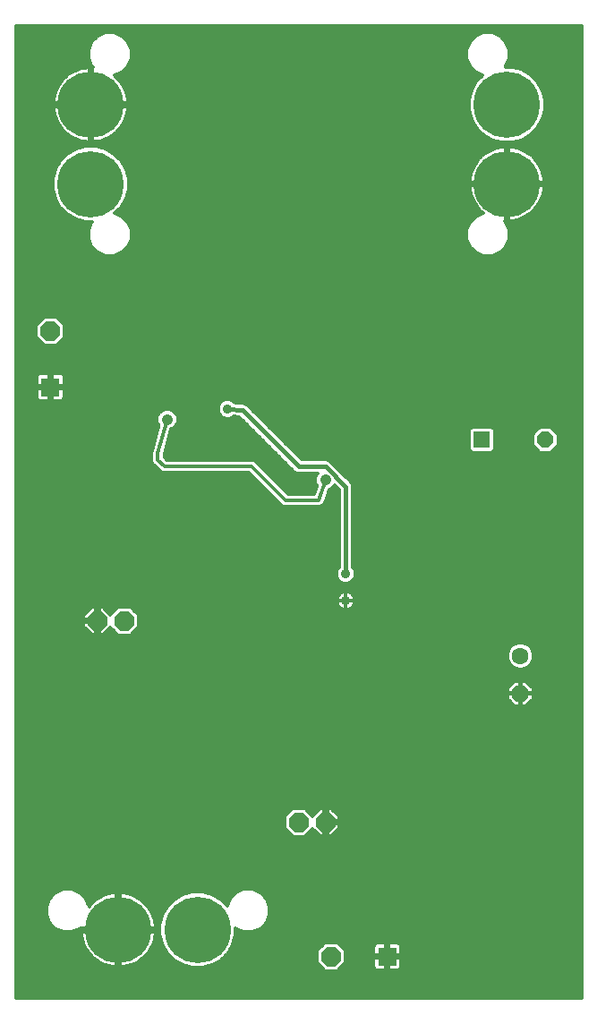
<source format=gbl>
G75*
%MOIN*%
%OFA0B0*%
%FSLAX25Y25*%
%IPPOS*%
%LPD*%
%AMOC8*
5,1,8,0,0,1.08239X$1,22.5*
%
%ADD10C,0.24669*%
%ADD11R,0.07087X0.07087*%
%ADD12OC8,0.07087*%
%ADD13OC8,0.06300*%
%ADD14C,0.06300*%
%ADD15R,0.05937X0.05937*%
%ADD16OC8,0.05937*%
%ADD17C,0.03575*%
%ADD18C,0.03569*%
%ADD19C,0.01200*%
%ADD20C,0.04159*%
%ADD21C,0.04553*%
%ADD22C,0.05906*%
%ADD23C,0.03962*%
%ADD24C,0.01600*%
D10*
X0078250Y0063000D03*
X0107750Y0063000D03*
X0068000Y0340750D03*
X0068000Y0370250D03*
X0223000Y0370250D03*
X0223000Y0340750D03*
D11*
X0053000Y0265067D03*
X0178433Y0053000D03*
D12*
X0157567Y0053000D03*
X0155500Y0103000D03*
X0145500Y0103000D03*
X0080500Y0178000D03*
X0070500Y0178000D03*
X0053000Y0285933D03*
D13*
X0228000Y0151000D03*
D14*
X0228000Y0165000D03*
D15*
X0213689Y0245500D03*
D16*
X0237311Y0245500D03*
D17*
X0163000Y0195500D03*
X0163000Y0185500D03*
D18*
X0119000Y0252000D03*
X0119000Y0257000D03*
D19*
X0040100Y0399601D02*
X0040100Y0037600D01*
X0250821Y0037600D01*
X0250821Y0399601D01*
X0040100Y0399601D01*
X0040100Y0398649D02*
X0250821Y0398649D01*
X0250821Y0397450D02*
X0040100Y0397450D01*
X0040100Y0396252D02*
X0071461Y0396252D01*
X0070568Y0395882D02*
X0068318Y0393632D01*
X0067100Y0390691D01*
X0067100Y0387509D01*
X0068318Y0384568D01*
X0068704Y0384183D01*
X0068685Y0384185D01*
X0068600Y0384185D01*
X0068600Y0370850D01*
X0067400Y0370850D01*
X0067400Y0384185D01*
X0067315Y0384185D01*
X0065953Y0384050D01*
X0064610Y0383783D01*
X0063300Y0383386D01*
X0062035Y0382862D01*
X0060828Y0382217D01*
X0059689Y0381456D01*
X0058631Y0380587D01*
X0057663Y0379619D01*
X0056794Y0378561D01*
X0056033Y0377422D01*
X0055388Y0376215D01*
X0054864Y0374950D01*
X0054467Y0373640D01*
X0054200Y0372297D01*
X0054065Y0370935D01*
X0054065Y0370850D01*
X0067400Y0370850D01*
X0067400Y0369650D01*
X0054065Y0369650D01*
X0054065Y0369565D01*
X0054200Y0368203D01*
X0054467Y0366860D01*
X0054864Y0365550D01*
X0055388Y0364285D01*
X0056033Y0363078D01*
X0056794Y0361939D01*
X0057663Y0360881D01*
X0058631Y0359913D01*
X0059689Y0359044D01*
X0060828Y0358283D01*
X0062035Y0357638D01*
X0063300Y0357114D01*
X0064610Y0356717D01*
X0065953Y0356450D01*
X0067315Y0356315D01*
X0067400Y0356315D01*
X0067400Y0369650D01*
X0068600Y0369650D01*
X0068600Y0370850D01*
X0081935Y0370850D01*
X0081935Y0370935D01*
X0081800Y0372297D01*
X0081533Y0373640D01*
X0081136Y0374950D01*
X0080612Y0376215D01*
X0079967Y0377422D01*
X0079206Y0378561D01*
X0078337Y0379619D01*
X0077369Y0380587D01*
X0076727Y0381115D01*
X0079632Y0382318D01*
X0081882Y0384568D01*
X0083100Y0387509D01*
X0083100Y0390691D01*
X0081882Y0393632D01*
X0079632Y0395882D01*
X0076691Y0397100D01*
X0073509Y0397100D01*
X0070568Y0395882D01*
X0069740Y0395053D02*
X0040100Y0395053D01*
X0040100Y0393855D02*
X0068541Y0393855D01*
X0067914Y0392656D02*
X0040100Y0392656D01*
X0040100Y0391458D02*
X0067418Y0391458D01*
X0067100Y0390259D02*
X0040100Y0390259D01*
X0040100Y0389061D02*
X0067100Y0389061D01*
X0067100Y0387862D02*
X0040100Y0387862D01*
X0040100Y0386664D02*
X0067450Y0386664D01*
X0067946Y0385465D02*
X0040100Y0385465D01*
X0040100Y0384267D02*
X0068619Y0384267D01*
X0068600Y0383068D02*
X0067400Y0383068D01*
X0067400Y0381870D02*
X0068600Y0381870D01*
X0068600Y0380671D02*
X0067400Y0380671D01*
X0067400Y0379473D02*
X0068600Y0379473D01*
X0068600Y0378274D02*
X0067400Y0378274D01*
X0067400Y0377076D02*
X0068600Y0377076D01*
X0068600Y0375877D02*
X0067400Y0375877D01*
X0067400Y0374679D02*
X0068600Y0374679D01*
X0068600Y0373480D02*
X0067400Y0373480D01*
X0067400Y0372282D02*
X0068600Y0372282D01*
X0068600Y0371083D02*
X0067400Y0371083D01*
X0067400Y0369885D02*
X0040100Y0369885D01*
X0040100Y0371083D02*
X0054080Y0371083D01*
X0054198Y0372282D02*
X0040100Y0372282D01*
X0040100Y0373480D02*
X0054435Y0373480D01*
X0054782Y0374679D02*
X0040100Y0374679D01*
X0040100Y0375877D02*
X0055248Y0375877D01*
X0055848Y0377076D02*
X0040100Y0377076D01*
X0040100Y0378274D02*
X0056603Y0378274D01*
X0057542Y0379473D02*
X0040100Y0379473D01*
X0040100Y0380671D02*
X0058733Y0380671D01*
X0060309Y0381870D02*
X0040100Y0381870D01*
X0040100Y0383068D02*
X0062533Y0383068D01*
X0068600Y0369885D02*
X0208865Y0369885D01*
X0208865Y0371083D02*
X0081920Y0371083D01*
X0081802Y0372282D02*
X0208911Y0372282D01*
X0208865Y0372111D02*
X0208865Y0368389D01*
X0209829Y0364794D01*
X0211689Y0361571D01*
X0214321Y0358939D01*
X0217544Y0357079D01*
X0221139Y0356115D01*
X0224861Y0356115D01*
X0228456Y0357079D01*
X0231679Y0358939D01*
X0234311Y0361571D01*
X0236171Y0364794D01*
X0237135Y0368389D01*
X0237135Y0372111D01*
X0236171Y0375706D01*
X0234311Y0378929D01*
X0231679Y0381561D01*
X0228456Y0383421D01*
X0224861Y0384385D01*
X0222498Y0384385D01*
X0222682Y0384568D01*
X0223900Y0387509D01*
X0223900Y0390691D01*
X0222682Y0393632D01*
X0220432Y0395882D01*
X0217491Y0397100D01*
X0214309Y0397100D01*
X0211368Y0395882D01*
X0209118Y0393632D01*
X0207900Y0390691D01*
X0207900Y0387509D01*
X0209118Y0384568D01*
X0211368Y0382318D01*
X0213992Y0381231D01*
X0211689Y0378929D01*
X0209829Y0375706D01*
X0208865Y0372111D01*
X0209232Y0373480D02*
X0081565Y0373480D01*
X0081218Y0374679D02*
X0209553Y0374679D01*
X0209928Y0375877D02*
X0080752Y0375877D01*
X0080152Y0377076D02*
X0210620Y0377076D01*
X0211312Y0378274D02*
X0079397Y0378274D01*
X0078458Y0379473D02*
X0212233Y0379473D01*
X0213432Y0380671D02*
X0077267Y0380671D01*
X0078550Y0381870D02*
X0212450Y0381870D01*
X0210618Y0383068D02*
X0080382Y0383068D01*
X0081580Y0384267D02*
X0209419Y0384267D01*
X0208746Y0385465D02*
X0082254Y0385465D01*
X0082750Y0386664D02*
X0208250Y0386664D01*
X0207900Y0387862D02*
X0083100Y0387862D01*
X0083100Y0389061D02*
X0207900Y0389061D01*
X0207900Y0390259D02*
X0083100Y0390259D01*
X0082782Y0391458D02*
X0208218Y0391458D01*
X0208714Y0392656D02*
X0082286Y0392656D01*
X0081659Y0393855D02*
X0209341Y0393855D01*
X0210540Y0395053D02*
X0080460Y0395053D01*
X0078739Y0396252D02*
X0212261Y0396252D01*
X0219539Y0396252D02*
X0250821Y0396252D01*
X0250821Y0395053D02*
X0221260Y0395053D01*
X0222459Y0393855D02*
X0250821Y0393855D01*
X0250821Y0392656D02*
X0223086Y0392656D01*
X0223582Y0391458D02*
X0250821Y0391458D01*
X0250821Y0390259D02*
X0223900Y0390259D01*
X0223900Y0389061D02*
X0250821Y0389061D01*
X0250821Y0387862D02*
X0223900Y0387862D01*
X0223550Y0386664D02*
X0250821Y0386664D01*
X0250821Y0385465D02*
X0223054Y0385465D01*
X0225301Y0384267D02*
X0250821Y0384267D01*
X0250821Y0383068D02*
X0229067Y0383068D01*
X0231143Y0381870D02*
X0250821Y0381870D01*
X0250821Y0380671D02*
X0232568Y0380671D01*
X0233767Y0379473D02*
X0250821Y0379473D01*
X0250821Y0378274D02*
X0234688Y0378274D01*
X0235380Y0377076D02*
X0250821Y0377076D01*
X0250821Y0375877D02*
X0236072Y0375877D01*
X0236447Y0374679D02*
X0250821Y0374679D01*
X0250821Y0373480D02*
X0236768Y0373480D01*
X0237089Y0372282D02*
X0250821Y0372282D01*
X0250821Y0371083D02*
X0237135Y0371083D01*
X0237135Y0369885D02*
X0250821Y0369885D01*
X0250821Y0368686D02*
X0237135Y0368686D01*
X0236893Y0367488D02*
X0250821Y0367488D01*
X0250821Y0366289D02*
X0236572Y0366289D01*
X0236251Y0365091D02*
X0250821Y0365091D01*
X0250821Y0363892D02*
X0235651Y0363892D01*
X0234959Y0362694D02*
X0250821Y0362694D01*
X0250821Y0361495D02*
X0234234Y0361495D01*
X0233036Y0360297D02*
X0250821Y0360297D01*
X0250821Y0359098D02*
X0231837Y0359098D01*
X0229878Y0357900D02*
X0250821Y0357900D01*
X0250821Y0356701D02*
X0227047Y0356701D01*
X0226390Y0354283D02*
X0225047Y0354550D01*
X0223685Y0354685D01*
X0223600Y0354685D01*
X0223600Y0341350D01*
X0222400Y0341350D01*
X0222400Y0354685D01*
X0222315Y0354685D01*
X0220953Y0354550D01*
X0219610Y0354283D01*
X0218300Y0353886D01*
X0217035Y0353362D01*
X0215828Y0352717D01*
X0214689Y0351956D01*
X0213631Y0351087D01*
X0212663Y0350119D01*
X0211794Y0349061D01*
X0211033Y0347922D01*
X0210388Y0346715D01*
X0209864Y0345450D01*
X0209467Y0344140D01*
X0209200Y0342797D01*
X0209065Y0341435D01*
X0209065Y0341350D01*
X0222400Y0341350D01*
X0222400Y0340150D01*
X0209065Y0340150D01*
X0209065Y0340065D01*
X0209200Y0338703D01*
X0209467Y0337360D01*
X0209864Y0336050D01*
X0210388Y0334785D01*
X0211033Y0333578D01*
X0211794Y0332439D01*
X0212663Y0331381D01*
X0213631Y0330413D01*
X0214273Y0329885D01*
X0211368Y0328682D01*
X0209118Y0326432D01*
X0207900Y0323491D01*
X0207900Y0320309D01*
X0209118Y0317368D01*
X0211368Y0315118D01*
X0214309Y0313900D01*
X0217491Y0313900D01*
X0220432Y0315118D01*
X0222682Y0317368D01*
X0223900Y0320309D01*
X0223900Y0323491D01*
X0222682Y0326432D01*
X0222296Y0326817D01*
X0222315Y0326815D01*
X0222400Y0326815D01*
X0222400Y0340150D01*
X0223600Y0340150D01*
X0223600Y0341350D01*
X0236935Y0341350D01*
X0236935Y0341435D01*
X0236800Y0342797D01*
X0236533Y0344140D01*
X0236136Y0345450D01*
X0235612Y0346715D01*
X0234967Y0347922D01*
X0234206Y0349061D01*
X0233337Y0350119D01*
X0232369Y0351087D01*
X0231311Y0351956D01*
X0230172Y0352717D01*
X0228965Y0353362D01*
X0227700Y0353886D01*
X0226390Y0354283D01*
X0226286Y0354304D02*
X0250821Y0354304D01*
X0250821Y0353105D02*
X0229445Y0353105D01*
X0231370Y0351907D02*
X0250821Y0351907D01*
X0250821Y0350708D02*
X0232748Y0350708D01*
X0233837Y0349510D02*
X0250821Y0349510D01*
X0250821Y0348311D02*
X0234707Y0348311D01*
X0235399Y0347113D02*
X0250821Y0347113D01*
X0250821Y0345914D02*
X0235944Y0345914D01*
X0236359Y0344716D02*
X0250821Y0344716D01*
X0250821Y0343517D02*
X0236657Y0343517D01*
X0236848Y0342319D02*
X0250821Y0342319D01*
X0250821Y0341120D02*
X0223600Y0341120D01*
X0223600Y0340150D02*
X0236935Y0340150D01*
X0236935Y0340065D01*
X0236800Y0338703D01*
X0236533Y0337360D01*
X0236136Y0336050D01*
X0235612Y0334785D01*
X0234967Y0333578D01*
X0234206Y0332439D01*
X0233337Y0331381D01*
X0232369Y0330413D01*
X0231311Y0329544D01*
X0230172Y0328783D01*
X0228965Y0328138D01*
X0227700Y0327614D01*
X0226390Y0327217D01*
X0225047Y0326950D01*
X0223685Y0326815D01*
X0223600Y0326815D01*
X0223600Y0340150D01*
X0223600Y0339922D02*
X0222400Y0339922D01*
X0222400Y0341120D02*
X0082135Y0341120D01*
X0082135Y0339922D02*
X0209079Y0339922D01*
X0209198Y0338723D02*
X0082090Y0338723D01*
X0082135Y0338889D02*
X0082135Y0342611D01*
X0081171Y0346206D01*
X0079311Y0349429D01*
X0076679Y0352061D01*
X0073456Y0353921D01*
X0069861Y0354885D01*
X0066139Y0354885D01*
X0062544Y0353921D01*
X0059321Y0352061D01*
X0056689Y0349429D01*
X0054829Y0346206D01*
X0053865Y0342611D01*
X0053865Y0338889D01*
X0054829Y0335294D01*
X0056689Y0332071D01*
X0059321Y0329439D01*
X0062544Y0327579D01*
X0066139Y0326615D01*
X0068502Y0326615D01*
X0068318Y0326432D01*
X0067100Y0323491D01*
X0067100Y0320309D01*
X0068318Y0317368D01*
X0070568Y0315118D01*
X0073509Y0313900D01*
X0076691Y0313900D01*
X0079632Y0315118D01*
X0081882Y0317368D01*
X0083100Y0320309D01*
X0083100Y0323491D01*
X0081882Y0326432D01*
X0079632Y0328682D01*
X0077008Y0329769D01*
X0079311Y0332071D01*
X0081171Y0335294D01*
X0082135Y0338889D01*
X0081769Y0337525D02*
X0209434Y0337525D01*
X0209780Y0336326D02*
X0081448Y0336326D01*
X0081075Y0335128D02*
X0210246Y0335128D01*
X0210845Y0333929D02*
X0080383Y0333929D01*
X0079691Y0332731D02*
X0211599Y0332731D01*
X0212538Y0331532D02*
X0078772Y0331532D01*
X0077573Y0330334D02*
X0213727Y0330334D01*
X0212463Y0329135D02*
X0078537Y0329135D01*
X0080377Y0327937D02*
X0210623Y0327937D01*
X0209425Y0326738D02*
X0081575Y0326738D01*
X0082252Y0325540D02*
X0208748Y0325540D01*
X0208252Y0324341D02*
X0082748Y0324341D01*
X0083100Y0323143D02*
X0207900Y0323143D01*
X0207900Y0321944D02*
X0083100Y0321944D01*
X0083100Y0320746D02*
X0207900Y0320746D01*
X0208215Y0319547D02*
X0082785Y0319547D01*
X0082288Y0318349D02*
X0208712Y0318349D01*
X0209336Y0317150D02*
X0081664Y0317150D01*
X0080465Y0315952D02*
X0210535Y0315952D01*
X0212249Y0314753D02*
X0078751Y0314753D01*
X0071449Y0314753D02*
X0040100Y0314753D01*
X0040100Y0313555D02*
X0250821Y0313555D01*
X0250821Y0314753D02*
X0219551Y0314753D01*
X0221265Y0315952D02*
X0250821Y0315952D01*
X0250821Y0317150D02*
X0222464Y0317150D01*
X0223088Y0318349D02*
X0250821Y0318349D01*
X0250821Y0319547D02*
X0223585Y0319547D01*
X0223900Y0320746D02*
X0250821Y0320746D01*
X0250821Y0321944D02*
X0223900Y0321944D01*
X0223900Y0323143D02*
X0250821Y0323143D01*
X0250821Y0324341D02*
X0223548Y0324341D01*
X0223052Y0325540D02*
X0250821Y0325540D01*
X0250821Y0326738D02*
X0222375Y0326738D01*
X0222400Y0327937D02*
X0223600Y0327937D01*
X0223600Y0329135D02*
X0222400Y0329135D01*
X0222400Y0330334D02*
X0223600Y0330334D01*
X0223600Y0331532D02*
X0222400Y0331532D01*
X0222400Y0332731D02*
X0223600Y0332731D01*
X0223600Y0333929D02*
X0222400Y0333929D01*
X0222400Y0335128D02*
X0223600Y0335128D01*
X0223600Y0336326D02*
X0222400Y0336326D01*
X0222400Y0337525D02*
X0223600Y0337525D01*
X0223600Y0338723D02*
X0222400Y0338723D01*
X0222400Y0342319D02*
X0223600Y0342319D01*
X0223600Y0343517D02*
X0222400Y0343517D01*
X0222400Y0344716D02*
X0223600Y0344716D01*
X0223600Y0345914D02*
X0222400Y0345914D01*
X0222400Y0347113D02*
X0223600Y0347113D01*
X0223600Y0348311D02*
X0222400Y0348311D01*
X0222400Y0349510D02*
X0223600Y0349510D01*
X0223600Y0350708D02*
X0222400Y0350708D01*
X0222400Y0351907D02*
X0223600Y0351907D01*
X0223600Y0353105D02*
X0222400Y0353105D01*
X0222400Y0354304D02*
X0223600Y0354304D01*
X0219714Y0354304D02*
X0072028Y0354304D01*
X0071390Y0356717D02*
X0070047Y0356450D01*
X0068685Y0356315D01*
X0068600Y0356315D01*
X0068600Y0369650D01*
X0081935Y0369650D01*
X0081935Y0369565D01*
X0081800Y0368203D01*
X0081533Y0366860D01*
X0081136Y0365550D01*
X0080612Y0364285D01*
X0079967Y0363078D01*
X0079206Y0361939D01*
X0078337Y0360881D01*
X0077369Y0359913D01*
X0076311Y0359044D01*
X0075172Y0358283D01*
X0073965Y0357638D01*
X0072700Y0357114D01*
X0071390Y0356717D01*
X0071311Y0356701D02*
X0218953Y0356701D01*
X0216122Y0357900D02*
X0074454Y0357900D01*
X0076377Y0359098D02*
X0214163Y0359098D01*
X0212964Y0360297D02*
X0077753Y0360297D01*
X0078841Y0361495D02*
X0211766Y0361495D01*
X0211041Y0362694D02*
X0079710Y0362694D01*
X0080402Y0363892D02*
X0210349Y0363892D01*
X0209749Y0365091D02*
X0080946Y0365091D01*
X0081360Y0366289D02*
X0209428Y0366289D01*
X0209107Y0367488D02*
X0081658Y0367488D01*
X0081848Y0368686D02*
X0208865Y0368686D01*
X0216555Y0353105D02*
X0074869Y0353105D01*
X0076832Y0351907D02*
X0214630Y0351907D01*
X0213252Y0350708D02*
X0078031Y0350708D01*
X0079229Y0349510D02*
X0212163Y0349510D01*
X0211293Y0348311D02*
X0079956Y0348311D01*
X0080648Y0347113D02*
X0210601Y0347113D01*
X0210056Y0345914D02*
X0081249Y0345914D01*
X0081571Y0344716D02*
X0209641Y0344716D01*
X0209343Y0343517D02*
X0081892Y0343517D01*
X0082135Y0342319D02*
X0209152Y0342319D01*
X0228479Y0327937D02*
X0250821Y0327937D01*
X0250821Y0329135D02*
X0230699Y0329135D01*
X0232273Y0330334D02*
X0250821Y0330334D01*
X0250821Y0331532D02*
X0233462Y0331532D01*
X0234401Y0332731D02*
X0250821Y0332731D01*
X0250821Y0333929D02*
X0235155Y0333929D01*
X0235754Y0335128D02*
X0250821Y0335128D01*
X0250821Y0336326D02*
X0236220Y0336326D01*
X0236566Y0337525D02*
X0250821Y0337525D01*
X0250821Y0338723D02*
X0236802Y0338723D01*
X0236920Y0339922D02*
X0250821Y0339922D01*
X0250821Y0355503D02*
X0040100Y0355503D01*
X0040100Y0356701D02*
X0064689Y0356701D01*
X0063972Y0354304D02*
X0040100Y0354304D01*
X0040100Y0353105D02*
X0061131Y0353105D01*
X0059168Y0351907D02*
X0040100Y0351907D01*
X0040100Y0350708D02*
X0057969Y0350708D01*
X0056771Y0349510D02*
X0040100Y0349510D01*
X0040100Y0348311D02*
X0056044Y0348311D01*
X0055352Y0347113D02*
X0040100Y0347113D01*
X0040100Y0345914D02*
X0054751Y0345914D01*
X0054429Y0344716D02*
X0040100Y0344716D01*
X0040100Y0343517D02*
X0054108Y0343517D01*
X0053865Y0342319D02*
X0040100Y0342319D01*
X0040100Y0341120D02*
X0053865Y0341120D01*
X0053865Y0339922D02*
X0040100Y0339922D01*
X0040100Y0338723D02*
X0053910Y0338723D01*
X0054231Y0337525D02*
X0040100Y0337525D01*
X0040100Y0336326D02*
X0054552Y0336326D01*
X0054925Y0335128D02*
X0040100Y0335128D01*
X0040100Y0333929D02*
X0055617Y0333929D01*
X0056309Y0332731D02*
X0040100Y0332731D01*
X0040100Y0331532D02*
X0057228Y0331532D01*
X0058427Y0330334D02*
X0040100Y0330334D01*
X0040100Y0329135D02*
X0059848Y0329135D01*
X0061924Y0327937D02*
X0040100Y0327937D01*
X0040100Y0326738D02*
X0065680Y0326738D01*
X0067948Y0325540D02*
X0040100Y0325540D01*
X0040100Y0324341D02*
X0067452Y0324341D01*
X0067100Y0323143D02*
X0040100Y0323143D01*
X0040100Y0321944D02*
X0067100Y0321944D01*
X0067100Y0320746D02*
X0040100Y0320746D01*
X0040100Y0319547D02*
X0067415Y0319547D01*
X0067912Y0318349D02*
X0040100Y0318349D01*
X0040100Y0317150D02*
X0068536Y0317150D01*
X0069735Y0315952D02*
X0040100Y0315952D01*
X0040100Y0312356D02*
X0250821Y0312356D01*
X0250821Y0311158D02*
X0040100Y0311158D01*
X0040100Y0309959D02*
X0250821Y0309959D01*
X0250821Y0308761D02*
X0040100Y0308761D01*
X0040100Y0307562D02*
X0250821Y0307562D01*
X0250821Y0306364D02*
X0040100Y0306364D01*
X0040100Y0305165D02*
X0250821Y0305165D01*
X0250821Y0303967D02*
X0040100Y0303967D01*
X0040100Y0302768D02*
X0250821Y0302768D01*
X0250821Y0301570D02*
X0040100Y0301570D01*
X0040100Y0300371D02*
X0250821Y0300371D01*
X0250821Y0299172D02*
X0040100Y0299172D01*
X0040100Y0297974D02*
X0250821Y0297974D01*
X0250821Y0296775D02*
X0040100Y0296775D01*
X0040100Y0295577D02*
X0250821Y0295577D01*
X0250821Y0294378D02*
X0040100Y0294378D01*
X0040100Y0293180D02*
X0250821Y0293180D01*
X0250821Y0291981D02*
X0040100Y0291981D01*
X0040100Y0290783D02*
X0050293Y0290783D01*
X0050787Y0291276D02*
X0047657Y0288146D01*
X0047657Y0283720D01*
X0050787Y0280590D01*
X0055213Y0280590D01*
X0058343Y0283720D01*
X0058343Y0288146D01*
X0055213Y0291276D01*
X0050787Y0291276D01*
X0049095Y0289584D02*
X0040100Y0289584D01*
X0040100Y0288386D02*
X0047896Y0288386D01*
X0047657Y0287187D02*
X0040100Y0287187D01*
X0040100Y0285989D02*
X0047657Y0285989D01*
X0047657Y0284790D02*
X0040100Y0284790D01*
X0040100Y0283592D02*
X0047785Y0283592D01*
X0048983Y0282393D02*
X0040100Y0282393D01*
X0040100Y0281195D02*
X0050182Y0281195D01*
X0055818Y0281195D02*
X0250821Y0281195D01*
X0250821Y0282393D02*
X0057017Y0282393D01*
X0058215Y0283592D02*
X0250821Y0283592D01*
X0250821Y0284790D02*
X0058343Y0284790D01*
X0058343Y0285989D02*
X0250821Y0285989D01*
X0250821Y0287187D02*
X0058343Y0287187D01*
X0058104Y0288386D02*
X0250821Y0288386D01*
X0250821Y0289584D02*
X0056905Y0289584D01*
X0055707Y0290783D02*
X0250821Y0290783D01*
X0250821Y0279996D02*
X0040100Y0279996D01*
X0040100Y0278798D02*
X0250821Y0278798D01*
X0250821Y0277599D02*
X0040100Y0277599D01*
X0040100Y0276401D02*
X0250821Y0276401D01*
X0250821Y0275202D02*
X0040100Y0275202D01*
X0040100Y0274004D02*
X0250821Y0274004D01*
X0250821Y0272805D02*
X0040100Y0272805D01*
X0040100Y0271607D02*
X0250821Y0271607D01*
X0250821Y0270408D02*
X0040100Y0270408D01*
X0040100Y0269210D02*
X0047961Y0269210D01*
X0047966Y0269228D02*
X0047857Y0268821D01*
X0047857Y0265648D01*
X0052419Y0265648D01*
X0052419Y0270210D01*
X0049246Y0270210D01*
X0048839Y0270101D01*
X0048474Y0269891D01*
X0048176Y0269593D01*
X0047966Y0269228D01*
X0047857Y0268011D02*
X0040100Y0268011D01*
X0040100Y0266813D02*
X0047857Y0266813D01*
X0047857Y0264486D02*
X0047857Y0261313D01*
X0047966Y0260906D01*
X0048176Y0260541D01*
X0048474Y0260243D01*
X0048839Y0260033D01*
X0049246Y0259924D01*
X0052419Y0259924D01*
X0052419Y0264486D01*
X0047857Y0264486D01*
X0047857Y0264416D02*
X0040100Y0264416D01*
X0040100Y0265614D02*
X0052419Y0265614D01*
X0052419Y0265648D02*
X0052419Y0264486D01*
X0053581Y0264486D01*
X0053581Y0265648D01*
X0052419Y0265648D01*
X0053581Y0265648D02*
X0053581Y0270210D01*
X0056754Y0270210D01*
X0057161Y0270101D01*
X0057526Y0269891D01*
X0057824Y0269593D01*
X0058034Y0269228D01*
X0058143Y0268821D01*
X0058143Y0265648D01*
X0053581Y0265648D01*
X0053581Y0265614D02*
X0250821Y0265614D01*
X0250821Y0264416D02*
X0058143Y0264416D01*
X0058143Y0264486D02*
X0053581Y0264486D01*
X0053581Y0259924D01*
X0056754Y0259924D01*
X0057161Y0260033D01*
X0057526Y0260243D01*
X0057824Y0260541D01*
X0058034Y0260906D01*
X0058143Y0261313D01*
X0058143Y0264486D01*
X0058143Y0263217D02*
X0250821Y0263217D01*
X0250821Y0262019D02*
X0058143Y0262019D01*
X0057985Y0260820D02*
X0250821Y0260820D01*
X0250821Y0259622D02*
X0121447Y0259622D01*
X0121704Y0259365D02*
X0121030Y0260039D01*
X0119713Y0260584D01*
X0118287Y0260584D01*
X0116970Y0260039D01*
X0115961Y0259030D01*
X0115416Y0257713D01*
X0115416Y0256287D01*
X0115961Y0254970D01*
X0116970Y0253961D01*
X0118287Y0253416D01*
X0119713Y0253416D01*
X0121030Y0253961D01*
X0121253Y0254184D01*
X0123327Y0253996D01*
X0143296Y0234027D01*
X0144027Y0233296D01*
X0144983Y0232900D01*
X0152414Y0232900D01*
X0152211Y0232698D01*
X0151620Y0231272D01*
X0151620Y0229728D01*
X0152211Y0228302D01*
X0152231Y0228283D01*
X0151270Y0225400D01*
X0141494Y0225400D01*
X0129359Y0237535D01*
X0128477Y0237900D01*
X0096494Y0237900D01*
X0095400Y0238994D01*
X0095400Y0240170D01*
X0097989Y0249418D01*
X0098698Y0249711D01*
X0099789Y0250802D01*
X0100380Y0252228D01*
X0100380Y0253772D01*
X0099789Y0255198D01*
X0098698Y0256289D01*
X0097272Y0256880D01*
X0095728Y0256880D01*
X0094302Y0256289D01*
X0093211Y0255198D01*
X0092620Y0253772D01*
X0092620Y0252228D01*
X0093211Y0250802D01*
X0093353Y0250661D01*
X0090728Y0241286D01*
X0090600Y0240977D01*
X0090600Y0240830D01*
X0090560Y0240687D01*
X0090600Y0240356D01*
X0090600Y0237523D01*
X0090965Y0236641D01*
X0093465Y0234141D01*
X0094141Y0233465D01*
X0095023Y0233100D01*
X0127006Y0233100D01*
X0138465Y0221641D01*
X0139141Y0220965D01*
X0140023Y0220600D01*
X0152611Y0220600D01*
X0152694Y0220572D01*
X0153085Y0220600D01*
X0153477Y0220600D01*
X0153559Y0220634D01*
X0153646Y0220640D01*
X0153997Y0220815D01*
X0154359Y0220965D01*
X0154422Y0221028D01*
X0154500Y0221067D01*
X0154757Y0221363D01*
X0155035Y0221641D01*
X0155068Y0221722D01*
X0155126Y0221788D01*
X0155250Y0222160D01*
X0155400Y0222523D01*
X0155400Y0222611D01*
X0156811Y0226844D01*
X0157698Y0227211D01*
X0158789Y0228302D01*
X0158857Y0228466D01*
X0160400Y0226923D01*
X0160400Y0197973D01*
X0159959Y0197532D01*
X0159413Y0196214D01*
X0159413Y0194786D01*
X0159959Y0193468D01*
X0160968Y0192459D01*
X0162286Y0191913D01*
X0163714Y0191913D01*
X0165032Y0192459D01*
X0166041Y0193468D01*
X0166587Y0194786D01*
X0166587Y0196214D01*
X0166041Y0197532D01*
X0165600Y0197973D01*
X0165600Y0228517D01*
X0165204Y0229473D01*
X0164473Y0230204D01*
X0156973Y0237704D01*
X0156017Y0238100D01*
X0146577Y0238100D01*
X0126422Y0258255D01*
X0126166Y0258562D01*
X0126059Y0258618D01*
X0125973Y0258704D01*
X0125604Y0258857D01*
X0125250Y0259042D01*
X0125129Y0259053D01*
X0125017Y0259100D01*
X0124618Y0259100D01*
X0121704Y0259365D01*
X0126282Y0258423D02*
X0250821Y0258423D01*
X0250821Y0257225D02*
X0127452Y0257225D01*
X0128651Y0256026D02*
X0250821Y0256026D01*
X0250821Y0254828D02*
X0129849Y0254828D01*
X0131048Y0253629D02*
X0250821Y0253629D01*
X0250821Y0252431D02*
X0132246Y0252431D01*
X0133445Y0251232D02*
X0250821Y0251232D01*
X0250821Y0250034D02*
X0239521Y0250034D01*
X0239286Y0250268D02*
X0235336Y0250268D01*
X0232543Y0247475D01*
X0232543Y0243525D01*
X0235336Y0240731D01*
X0239286Y0240731D01*
X0242080Y0243525D01*
X0242080Y0247475D01*
X0239286Y0250268D01*
X0240720Y0248835D02*
X0250821Y0248835D01*
X0250821Y0247637D02*
X0241918Y0247637D01*
X0242080Y0246438D02*
X0250821Y0246438D01*
X0250821Y0245239D02*
X0242080Y0245239D01*
X0242080Y0244041D02*
X0250821Y0244041D01*
X0250821Y0242842D02*
X0241397Y0242842D01*
X0240199Y0241644D02*
X0250821Y0241644D01*
X0250821Y0240445D02*
X0144231Y0240445D01*
X0143033Y0241644D02*
X0209062Y0241644D01*
X0208920Y0241786D02*
X0209975Y0240731D01*
X0217403Y0240731D01*
X0218457Y0241786D01*
X0218457Y0249214D01*
X0217403Y0250268D01*
X0209975Y0250268D01*
X0208920Y0249214D01*
X0208920Y0241786D01*
X0208920Y0242842D02*
X0141834Y0242842D01*
X0140636Y0244041D02*
X0208920Y0244041D01*
X0208920Y0245239D02*
X0139437Y0245239D01*
X0138239Y0246438D02*
X0208920Y0246438D01*
X0208920Y0247637D02*
X0137040Y0247637D01*
X0135842Y0248835D02*
X0208920Y0248835D01*
X0209740Y0250034D02*
X0134643Y0250034D01*
X0130885Y0246438D02*
X0097155Y0246438D01*
X0097491Y0247637D02*
X0129687Y0247637D01*
X0128488Y0248835D02*
X0097826Y0248835D01*
X0099020Y0250034D02*
X0127290Y0250034D01*
X0126091Y0251232D02*
X0099967Y0251232D01*
X0100380Y0252431D02*
X0124892Y0252431D01*
X0123694Y0253629D02*
X0120228Y0253629D01*
X0117772Y0253629D02*
X0100380Y0253629D01*
X0099942Y0254828D02*
X0116104Y0254828D01*
X0115524Y0256026D02*
X0098960Y0256026D01*
X0096500Y0253000D02*
X0093000Y0240500D01*
X0093000Y0238000D01*
X0095500Y0235500D01*
X0128000Y0235500D01*
X0140500Y0223000D01*
X0153000Y0223000D01*
X0155500Y0230500D01*
X0158854Y0228460D02*
X0158863Y0228460D01*
X0157748Y0227262D02*
X0160061Y0227262D01*
X0160400Y0226063D02*
X0156551Y0226063D01*
X0156151Y0224865D02*
X0160400Y0224865D01*
X0160400Y0223666D02*
X0155752Y0223666D01*
X0155377Y0222468D02*
X0160400Y0222468D01*
X0160400Y0221269D02*
X0154676Y0221269D01*
X0151491Y0226063D02*
X0140831Y0226063D01*
X0139632Y0227262D02*
X0151891Y0227262D01*
X0152146Y0228460D02*
X0138434Y0228460D01*
X0137235Y0229659D02*
X0151649Y0229659D01*
X0151620Y0230857D02*
X0136037Y0230857D01*
X0134838Y0232056D02*
X0151945Y0232056D01*
X0156142Y0238048D02*
X0250821Y0238048D01*
X0250821Y0236850D02*
X0157827Y0236850D01*
X0159026Y0235651D02*
X0250821Y0235651D01*
X0250821Y0234453D02*
X0160224Y0234453D01*
X0161423Y0233254D02*
X0250821Y0233254D01*
X0250821Y0232056D02*
X0162621Y0232056D01*
X0163820Y0230857D02*
X0250821Y0230857D01*
X0250821Y0229659D02*
X0165018Y0229659D01*
X0165600Y0228460D02*
X0250821Y0228460D01*
X0250821Y0227262D02*
X0165600Y0227262D01*
X0165600Y0226063D02*
X0250821Y0226063D01*
X0250821Y0224865D02*
X0165600Y0224865D01*
X0165600Y0223666D02*
X0250821Y0223666D01*
X0250821Y0222468D02*
X0165600Y0222468D01*
X0165600Y0221269D02*
X0250821Y0221269D01*
X0250821Y0220071D02*
X0165600Y0220071D01*
X0165600Y0218872D02*
X0250821Y0218872D01*
X0250821Y0217674D02*
X0165600Y0217674D01*
X0165600Y0216475D02*
X0250821Y0216475D01*
X0250821Y0215277D02*
X0165600Y0215277D01*
X0165600Y0214078D02*
X0250821Y0214078D01*
X0250821Y0212880D02*
X0165600Y0212880D01*
X0165600Y0211681D02*
X0250821Y0211681D01*
X0250821Y0210483D02*
X0165600Y0210483D01*
X0165600Y0209284D02*
X0250821Y0209284D01*
X0250821Y0208086D02*
X0165600Y0208086D01*
X0165600Y0206887D02*
X0250821Y0206887D01*
X0250821Y0205689D02*
X0165600Y0205689D01*
X0165600Y0204490D02*
X0250821Y0204490D01*
X0250821Y0203292D02*
X0165600Y0203292D01*
X0165600Y0202093D02*
X0250821Y0202093D01*
X0250821Y0200895D02*
X0165600Y0200895D01*
X0165600Y0199696D02*
X0250821Y0199696D01*
X0250821Y0198498D02*
X0165600Y0198498D01*
X0166138Y0197299D02*
X0250821Y0197299D01*
X0250821Y0196101D02*
X0166587Y0196101D01*
X0166587Y0194902D02*
X0250821Y0194902D01*
X0250821Y0193703D02*
X0166139Y0193703D01*
X0165078Y0192505D02*
X0250821Y0192505D01*
X0250821Y0191306D02*
X0040100Y0191306D01*
X0040100Y0190108D02*
X0250821Y0190108D01*
X0250821Y0188909D02*
X0040100Y0188909D01*
X0040100Y0187711D02*
X0160420Y0187711D01*
X0160369Y0187659D02*
X0159998Y0187105D01*
X0159743Y0186488D01*
X0159613Y0185834D01*
X0159613Y0185500D01*
X0159613Y0185166D01*
X0159743Y0184512D01*
X0159998Y0183895D01*
X0160369Y0183341D01*
X0160841Y0182869D01*
X0161395Y0182498D01*
X0162012Y0182243D01*
X0162666Y0182113D01*
X0163000Y0182113D01*
X0163334Y0182113D01*
X0163988Y0182243D01*
X0164605Y0182498D01*
X0165159Y0182869D01*
X0165631Y0183341D01*
X0166002Y0183895D01*
X0166257Y0184512D01*
X0166387Y0185166D01*
X0166387Y0185500D01*
X0166387Y0185834D01*
X0166257Y0186488D01*
X0166002Y0187105D01*
X0165631Y0187659D01*
X0165159Y0188131D01*
X0164605Y0188502D01*
X0163988Y0188757D01*
X0163334Y0188887D01*
X0163000Y0188887D01*
X0163000Y0185500D01*
X0163000Y0185500D01*
X0166387Y0185500D01*
X0163000Y0185500D01*
X0163000Y0185500D01*
X0163000Y0185500D01*
X0159613Y0185500D01*
X0163000Y0185500D01*
X0163000Y0188887D01*
X0162666Y0188887D01*
X0162012Y0188757D01*
X0161395Y0188502D01*
X0160841Y0188131D01*
X0160369Y0187659D01*
X0159753Y0186512D02*
X0040100Y0186512D01*
X0040100Y0185314D02*
X0159613Y0185314D01*
X0159907Y0184115D02*
X0040100Y0184115D01*
X0040100Y0182917D02*
X0068143Y0182917D01*
X0068370Y0183143D02*
X0065357Y0180130D01*
X0065357Y0178581D01*
X0069919Y0178581D01*
X0069919Y0183143D01*
X0068370Y0183143D01*
X0069919Y0182917D02*
X0071081Y0182917D01*
X0071081Y0183143D02*
X0071081Y0178581D01*
X0069919Y0178581D01*
X0069919Y0177419D01*
X0071081Y0177419D01*
X0071081Y0172857D01*
X0072630Y0172857D01*
X0075359Y0175585D01*
X0078287Y0172657D01*
X0082713Y0172657D01*
X0085843Y0175787D01*
X0085843Y0180213D01*
X0082713Y0183343D01*
X0078287Y0183343D01*
X0075359Y0180415D01*
X0072630Y0183143D01*
X0071081Y0183143D01*
X0071081Y0181718D02*
X0069919Y0181718D01*
X0069919Y0180520D02*
X0071081Y0180520D01*
X0071081Y0179321D02*
X0069919Y0179321D01*
X0069919Y0178123D02*
X0040100Y0178123D01*
X0040100Y0179321D02*
X0065357Y0179321D01*
X0065746Y0180520D02*
X0040100Y0180520D01*
X0040100Y0181718D02*
X0066945Y0181718D01*
X0065357Y0177419D02*
X0065357Y0175870D01*
X0068370Y0172857D01*
X0069919Y0172857D01*
X0069919Y0177419D01*
X0065357Y0177419D01*
X0065357Y0176924D02*
X0040100Y0176924D01*
X0040100Y0175726D02*
X0065500Y0175726D01*
X0066699Y0174527D02*
X0040100Y0174527D01*
X0040100Y0173329D02*
X0067897Y0173329D01*
X0069919Y0173329D02*
X0071081Y0173329D01*
X0071081Y0174527D02*
X0069919Y0174527D01*
X0069919Y0175726D02*
X0071081Y0175726D01*
X0071081Y0176924D02*
X0069919Y0176924D01*
X0073103Y0173329D02*
X0077615Y0173329D01*
X0076416Y0174527D02*
X0074301Y0174527D01*
X0075254Y0180520D02*
X0075463Y0180520D01*
X0076662Y0181718D02*
X0074055Y0181718D01*
X0072857Y0182917D02*
X0077860Y0182917D01*
X0083140Y0182917D02*
X0160793Y0182917D01*
X0163000Y0182917D02*
X0163000Y0182917D01*
X0163000Y0182113D02*
X0163000Y0185500D01*
X0163000Y0185500D01*
X0163000Y0182113D01*
X0163000Y0184115D02*
X0163000Y0184115D01*
X0163000Y0185314D02*
X0163000Y0185314D01*
X0163000Y0186512D02*
X0163000Y0186512D01*
X0163000Y0187711D02*
X0163000Y0187711D01*
X0165580Y0187711D02*
X0250821Y0187711D01*
X0250821Y0186512D02*
X0166247Y0186512D01*
X0166387Y0185314D02*
X0250821Y0185314D01*
X0250821Y0184115D02*
X0166093Y0184115D01*
X0165207Y0182917D02*
X0250821Y0182917D01*
X0250821Y0181718D02*
X0084338Y0181718D01*
X0085537Y0180520D02*
X0250821Y0180520D01*
X0250821Y0179321D02*
X0085843Y0179321D01*
X0085843Y0178123D02*
X0250821Y0178123D01*
X0250821Y0176924D02*
X0085843Y0176924D01*
X0085782Y0175726D02*
X0250821Y0175726D01*
X0250821Y0174527D02*
X0084584Y0174527D01*
X0083385Y0173329D02*
X0250821Y0173329D01*
X0250821Y0172130D02*
X0040100Y0172130D01*
X0040100Y0170932D02*
X0250821Y0170932D01*
X0250821Y0169733D02*
X0229508Y0169733D01*
X0228985Y0169950D02*
X0227015Y0169950D01*
X0225196Y0169196D01*
X0223804Y0167804D01*
X0223050Y0165985D01*
X0223050Y0164015D01*
X0223804Y0162196D01*
X0225196Y0160804D01*
X0227015Y0160050D01*
X0228985Y0160050D01*
X0230804Y0160804D01*
X0232196Y0162196D01*
X0232950Y0164015D01*
X0232950Y0165985D01*
X0232196Y0167804D01*
X0230804Y0169196D01*
X0228985Y0169950D01*
X0226492Y0169733D02*
X0040100Y0169733D01*
X0040100Y0168535D02*
X0224534Y0168535D01*
X0223610Y0167336D02*
X0040100Y0167336D01*
X0040100Y0166138D02*
X0223113Y0166138D01*
X0223050Y0164939D02*
X0040100Y0164939D01*
X0040100Y0163741D02*
X0223164Y0163741D01*
X0223660Y0162542D02*
X0040100Y0162542D01*
X0040100Y0161344D02*
X0224656Y0161344D01*
X0226786Y0160145D02*
X0040100Y0160145D01*
X0040100Y0158947D02*
X0250821Y0158947D01*
X0250821Y0160145D02*
X0229214Y0160145D01*
X0231344Y0161344D02*
X0250821Y0161344D01*
X0250821Y0162542D02*
X0232340Y0162542D01*
X0232836Y0163741D02*
X0250821Y0163741D01*
X0250821Y0164939D02*
X0232950Y0164939D01*
X0232887Y0166138D02*
X0250821Y0166138D01*
X0250821Y0167336D02*
X0232390Y0167336D01*
X0231466Y0168535D02*
X0250821Y0168535D01*
X0250821Y0157748D02*
X0040100Y0157748D01*
X0040100Y0156550D02*
X0250821Y0156550D01*
X0250821Y0155351D02*
X0230366Y0155351D01*
X0229968Y0155750D02*
X0228200Y0155750D01*
X0228200Y0151200D01*
X0227800Y0151200D01*
X0227800Y0155750D01*
X0226032Y0155750D01*
X0223250Y0152968D01*
X0223250Y0151200D01*
X0227800Y0151200D01*
X0227800Y0150800D01*
X0223250Y0150800D01*
X0223250Y0149032D01*
X0226032Y0146250D01*
X0227800Y0146250D01*
X0227800Y0150800D01*
X0228200Y0150800D01*
X0228200Y0151200D01*
X0232750Y0151200D01*
X0232750Y0152968D01*
X0229968Y0155750D01*
X0228200Y0155351D02*
X0227800Y0155351D01*
X0227800Y0154153D02*
X0228200Y0154153D01*
X0228200Y0152954D02*
X0227800Y0152954D01*
X0227800Y0151756D02*
X0228200Y0151756D01*
X0228200Y0150800D02*
X0232750Y0150800D01*
X0232750Y0149032D01*
X0229968Y0146250D01*
X0228200Y0146250D01*
X0228200Y0150800D01*
X0228200Y0150557D02*
X0227800Y0150557D01*
X0227800Y0149359D02*
X0228200Y0149359D01*
X0228200Y0148160D02*
X0227800Y0148160D01*
X0227800Y0146962D02*
X0228200Y0146962D01*
X0230679Y0146962D02*
X0250821Y0146962D01*
X0250821Y0148160D02*
X0231878Y0148160D01*
X0232750Y0149359D02*
X0250821Y0149359D01*
X0250821Y0150557D02*
X0232750Y0150557D01*
X0232750Y0151756D02*
X0250821Y0151756D01*
X0250821Y0152954D02*
X0232750Y0152954D01*
X0231565Y0154153D02*
X0250821Y0154153D01*
X0250821Y0145763D02*
X0040100Y0145763D01*
X0040100Y0144565D02*
X0250821Y0144565D01*
X0250821Y0143366D02*
X0040100Y0143366D01*
X0040100Y0142168D02*
X0250821Y0142168D01*
X0250821Y0140969D02*
X0040100Y0140969D01*
X0040100Y0139770D02*
X0250821Y0139770D01*
X0250821Y0138572D02*
X0040100Y0138572D01*
X0040100Y0137373D02*
X0250821Y0137373D01*
X0250821Y0136175D02*
X0040100Y0136175D01*
X0040100Y0134976D02*
X0250821Y0134976D01*
X0250821Y0133778D02*
X0040100Y0133778D01*
X0040100Y0132579D02*
X0250821Y0132579D01*
X0250821Y0131381D02*
X0040100Y0131381D01*
X0040100Y0130182D02*
X0250821Y0130182D01*
X0250821Y0128984D02*
X0040100Y0128984D01*
X0040100Y0127785D02*
X0250821Y0127785D01*
X0250821Y0126587D02*
X0040100Y0126587D01*
X0040100Y0125388D02*
X0250821Y0125388D01*
X0250821Y0124190D02*
X0040100Y0124190D01*
X0040100Y0122991D02*
X0250821Y0122991D01*
X0250821Y0121793D02*
X0040100Y0121793D01*
X0040100Y0120594D02*
X0250821Y0120594D01*
X0250821Y0119396D02*
X0040100Y0119396D01*
X0040100Y0118197D02*
X0250821Y0118197D01*
X0250821Y0116999D02*
X0040100Y0116999D01*
X0040100Y0115800D02*
X0250821Y0115800D01*
X0250821Y0114602D02*
X0040100Y0114602D01*
X0040100Y0113403D02*
X0250821Y0113403D01*
X0250821Y0112205D02*
X0040100Y0112205D01*
X0040100Y0111006D02*
X0250821Y0111006D01*
X0250821Y0109808D02*
X0040100Y0109808D01*
X0040100Y0108609D02*
X0250821Y0108609D01*
X0250821Y0107411D02*
X0158363Y0107411D01*
X0157630Y0108143D02*
X0156081Y0108143D01*
X0156081Y0103581D01*
X0160643Y0103581D01*
X0160643Y0105130D01*
X0157630Y0108143D01*
X0156081Y0107411D02*
X0154919Y0107411D01*
X0154919Y0108143D02*
X0153370Y0108143D01*
X0150641Y0105415D01*
X0147713Y0108343D01*
X0143287Y0108343D01*
X0140157Y0105213D01*
X0140157Y0100787D01*
X0143287Y0097657D01*
X0147713Y0097657D01*
X0150641Y0100585D01*
X0153370Y0097857D01*
X0154919Y0097857D01*
X0154919Y0102419D01*
X0156081Y0102419D01*
X0156081Y0103581D01*
X0154919Y0103581D01*
X0154919Y0108143D01*
X0154919Y0106212D02*
X0156081Y0106212D01*
X0156081Y0105014D02*
X0154919Y0105014D01*
X0154919Y0103815D02*
X0156081Y0103815D01*
X0156081Y0102617D02*
X0250821Y0102617D01*
X0250821Y0103815D02*
X0160643Y0103815D01*
X0160643Y0105014D02*
X0250821Y0105014D01*
X0250821Y0106212D02*
X0159562Y0106212D01*
X0160643Y0102419D02*
X0156081Y0102419D01*
X0156081Y0097857D01*
X0157630Y0097857D01*
X0160643Y0100870D01*
X0160643Y0102419D01*
X0160643Y0101418D02*
X0250821Y0101418D01*
X0250821Y0100220D02*
X0159993Y0100220D01*
X0158795Y0099021D02*
X0250821Y0099021D01*
X0250821Y0097823D02*
X0147879Y0097823D01*
X0149078Y0099021D02*
X0152205Y0099021D01*
X0151007Y0100220D02*
X0150276Y0100220D01*
X0154919Y0100220D02*
X0156081Y0100220D01*
X0156081Y0101418D02*
X0154919Y0101418D01*
X0154919Y0099021D02*
X0156081Y0099021D01*
X0151438Y0106212D02*
X0149844Y0106212D01*
X0148646Y0107411D02*
X0152637Y0107411D01*
X0142354Y0107411D02*
X0040100Y0107411D01*
X0040100Y0106212D02*
X0141156Y0106212D01*
X0140157Y0105014D02*
X0040100Y0105014D01*
X0040100Y0103815D02*
X0140157Y0103815D01*
X0140157Y0102617D02*
X0040100Y0102617D01*
X0040100Y0101418D02*
X0140157Y0101418D01*
X0140724Y0100220D02*
X0040100Y0100220D01*
X0040100Y0099021D02*
X0141922Y0099021D01*
X0143121Y0097823D02*
X0040100Y0097823D01*
X0040100Y0096624D02*
X0250821Y0096624D01*
X0250821Y0095426D02*
X0040100Y0095426D01*
X0040100Y0094227D02*
X0250821Y0094227D01*
X0250821Y0093029D02*
X0040100Y0093029D01*
X0040100Y0091830D02*
X0250821Y0091830D01*
X0250821Y0090632D02*
X0040100Y0090632D01*
X0040100Y0089433D02*
X0250821Y0089433D01*
X0250821Y0088234D02*
X0040100Y0088234D01*
X0040100Y0087036D02*
X0250821Y0087036D01*
X0250821Y0085837D02*
X0040100Y0085837D01*
X0040100Y0084639D02*
X0250821Y0084639D01*
X0250821Y0083440D02*
X0040100Y0083440D01*
X0040100Y0082242D02*
X0250821Y0082242D01*
X0250821Y0081043D02*
X0040100Y0081043D01*
X0040100Y0079845D02*
X0250821Y0079845D01*
X0250821Y0078646D02*
X0040100Y0078646D01*
X0040100Y0077448D02*
X0056234Y0077448D01*
X0054868Y0076882D02*
X0052618Y0074632D01*
X0051400Y0071691D01*
X0051400Y0068509D01*
X0052618Y0065568D01*
X0054868Y0063318D01*
X0057809Y0062100D01*
X0060991Y0062100D01*
X0063932Y0063318D01*
X0064317Y0063704D01*
X0064315Y0063685D01*
X0064315Y0063600D01*
X0077650Y0063600D01*
X0077650Y0076935D01*
X0077565Y0076935D01*
X0076203Y0076800D01*
X0074860Y0076533D01*
X0073550Y0076136D01*
X0072285Y0075612D01*
X0071078Y0074967D01*
X0069939Y0074206D01*
X0068881Y0073337D01*
X0067913Y0072369D01*
X0067385Y0071727D01*
X0066182Y0074632D01*
X0063932Y0076882D01*
X0060991Y0078100D01*
X0057809Y0078100D01*
X0054868Y0076882D01*
X0054236Y0076249D02*
X0040100Y0076249D01*
X0040100Y0075051D02*
X0053037Y0075051D01*
X0052295Y0073852D02*
X0040100Y0073852D01*
X0040100Y0072654D02*
X0051799Y0072654D01*
X0051400Y0071455D02*
X0040100Y0071455D01*
X0040100Y0070257D02*
X0051400Y0070257D01*
X0051400Y0069058D02*
X0040100Y0069058D01*
X0040100Y0067860D02*
X0051669Y0067860D01*
X0052165Y0066661D02*
X0040100Y0066661D01*
X0040100Y0065463D02*
X0052723Y0065463D01*
X0053922Y0064264D02*
X0040100Y0064264D01*
X0040100Y0063066D02*
X0055477Y0063066D01*
X0063323Y0063066D02*
X0077650Y0063066D01*
X0077650Y0063600D02*
X0077650Y0062400D01*
X0078850Y0062400D01*
X0078850Y0063600D01*
X0092185Y0063600D01*
X0092185Y0063685D01*
X0092050Y0065047D01*
X0091783Y0066390D01*
X0091386Y0067700D01*
X0090862Y0068965D01*
X0090217Y0070172D01*
X0089456Y0071311D01*
X0088587Y0072369D01*
X0087619Y0073337D01*
X0086561Y0074206D01*
X0085422Y0074967D01*
X0084215Y0075612D01*
X0082950Y0076136D01*
X0081640Y0076533D01*
X0080297Y0076800D01*
X0078935Y0076935D01*
X0078850Y0076935D01*
X0078850Y0063600D01*
X0077650Y0063600D01*
X0077650Y0064264D02*
X0078850Y0064264D01*
X0078850Y0063066D02*
X0093615Y0063066D01*
X0093615Y0064264D02*
X0092128Y0064264D01*
X0091968Y0065463D02*
X0093777Y0065463D01*
X0093615Y0064861D02*
X0093615Y0061139D01*
X0094579Y0057544D01*
X0096439Y0054321D01*
X0099071Y0051689D01*
X0102294Y0049829D01*
X0105889Y0048865D01*
X0109611Y0048865D01*
X0113206Y0049829D01*
X0116429Y0051689D01*
X0119061Y0054321D01*
X0120921Y0057544D01*
X0121885Y0061139D01*
X0121885Y0063502D01*
X0122068Y0063318D01*
X0125009Y0062100D01*
X0128191Y0062100D01*
X0131132Y0063318D01*
X0133382Y0065568D01*
X0134600Y0068509D01*
X0134600Y0071691D01*
X0133382Y0074632D01*
X0131132Y0076882D01*
X0128191Y0078100D01*
X0125009Y0078100D01*
X0122068Y0076882D01*
X0119818Y0074632D01*
X0118731Y0072008D01*
X0116429Y0074311D01*
X0113206Y0076171D01*
X0109611Y0077135D01*
X0105889Y0077135D01*
X0102294Y0076171D01*
X0099071Y0074311D01*
X0096439Y0071679D01*
X0094579Y0068456D01*
X0093615Y0064861D01*
X0094098Y0066661D02*
X0091701Y0066661D01*
X0091320Y0067860D02*
X0094419Y0067860D01*
X0094926Y0069058D02*
X0090812Y0069058D01*
X0090160Y0070257D02*
X0095618Y0070257D01*
X0096310Y0071455D02*
X0089337Y0071455D01*
X0088303Y0072654D02*
X0097414Y0072654D01*
X0098613Y0073852D02*
X0086992Y0073852D01*
X0085265Y0075051D02*
X0100353Y0075051D01*
X0102585Y0076249D02*
X0082576Y0076249D01*
X0078850Y0076249D02*
X0077650Y0076249D01*
X0077650Y0075051D02*
X0078850Y0075051D01*
X0078850Y0073852D02*
X0077650Y0073852D01*
X0077650Y0072654D02*
X0078850Y0072654D01*
X0078850Y0071455D02*
X0077650Y0071455D01*
X0077650Y0070257D02*
X0078850Y0070257D01*
X0078850Y0069058D02*
X0077650Y0069058D01*
X0077650Y0067860D02*
X0078850Y0067860D01*
X0078850Y0066661D02*
X0077650Y0066661D01*
X0077650Y0065463D02*
X0078850Y0065463D01*
X0078850Y0062400D02*
X0092185Y0062400D01*
X0092185Y0062315D01*
X0092050Y0060953D01*
X0091783Y0059610D01*
X0091386Y0058300D01*
X0090862Y0057035D01*
X0090217Y0055828D01*
X0089456Y0054689D01*
X0088587Y0053631D01*
X0087619Y0052663D01*
X0086561Y0051794D01*
X0085422Y0051033D01*
X0084215Y0050388D01*
X0082950Y0049864D01*
X0081640Y0049467D01*
X0080297Y0049200D01*
X0078935Y0049065D01*
X0078850Y0049065D01*
X0078850Y0062400D01*
X0078850Y0061867D02*
X0077650Y0061867D01*
X0077650Y0062400D02*
X0077650Y0049065D01*
X0077565Y0049065D01*
X0076203Y0049200D01*
X0074860Y0049467D01*
X0073550Y0049864D01*
X0072285Y0050388D01*
X0071078Y0051033D01*
X0069939Y0051794D01*
X0068881Y0052663D01*
X0067913Y0053631D01*
X0067044Y0054689D01*
X0066283Y0055828D01*
X0065638Y0057035D01*
X0065114Y0058300D01*
X0064717Y0059610D01*
X0064450Y0060953D01*
X0064315Y0062315D01*
X0064315Y0062400D01*
X0077650Y0062400D01*
X0077650Y0060669D02*
X0078850Y0060669D01*
X0078850Y0059470D02*
X0077650Y0059470D01*
X0077650Y0058272D02*
X0078850Y0058272D01*
X0078850Y0057073D02*
X0077650Y0057073D01*
X0077650Y0055875D02*
X0078850Y0055875D01*
X0078850Y0054676D02*
X0077650Y0054676D01*
X0077650Y0053478D02*
X0078850Y0053478D01*
X0078850Y0052279D02*
X0077650Y0052279D01*
X0077650Y0051081D02*
X0078850Y0051081D01*
X0078850Y0049882D02*
X0077650Y0049882D01*
X0073506Y0049882D02*
X0040100Y0049882D01*
X0040100Y0048684D02*
X0154327Y0048684D01*
X0155354Y0047657D02*
X0152224Y0050787D01*
X0152224Y0055213D01*
X0155354Y0058343D01*
X0159780Y0058343D01*
X0162910Y0055213D01*
X0162910Y0050787D01*
X0159780Y0047657D01*
X0155354Y0047657D01*
X0153128Y0049882D02*
X0113298Y0049882D01*
X0115374Y0051081D02*
X0152224Y0051081D01*
X0152224Y0052279D02*
X0117019Y0052279D01*
X0118217Y0053478D02*
X0152224Y0053478D01*
X0152224Y0054676D02*
X0119266Y0054676D01*
X0119957Y0055875D02*
X0152885Y0055875D01*
X0154084Y0057073D02*
X0120649Y0057073D01*
X0121116Y0058272D02*
X0155282Y0058272D01*
X0159852Y0058272D02*
X0250821Y0058272D01*
X0250821Y0059470D02*
X0121437Y0059470D01*
X0121759Y0060669D02*
X0250821Y0060669D01*
X0250821Y0061867D02*
X0121885Y0061867D01*
X0121885Y0063066D02*
X0122677Y0063066D01*
X0130523Y0063066D02*
X0250821Y0063066D01*
X0250821Y0064264D02*
X0132078Y0064264D01*
X0133276Y0065463D02*
X0250821Y0065463D01*
X0250821Y0066661D02*
X0133835Y0066661D01*
X0134331Y0067860D02*
X0250821Y0067860D01*
X0250821Y0069058D02*
X0134600Y0069058D01*
X0134600Y0070257D02*
X0250821Y0070257D01*
X0250821Y0071455D02*
X0134600Y0071455D01*
X0134201Y0072654D02*
X0250821Y0072654D01*
X0250821Y0073852D02*
X0133705Y0073852D01*
X0132963Y0075051D02*
X0250821Y0075051D01*
X0250821Y0076249D02*
X0131764Y0076249D01*
X0129766Y0077448D02*
X0250821Y0077448D01*
X0250821Y0057073D02*
X0183491Y0057073D01*
X0183467Y0057161D02*
X0183576Y0056754D01*
X0183576Y0053581D01*
X0179014Y0053581D01*
X0177852Y0053581D01*
X0177852Y0052419D01*
X0173290Y0052419D01*
X0173290Y0049246D01*
X0173399Y0048839D01*
X0173609Y0048474D01*
X0173907Y0048176D01*
X0174272Y0047966D01*
X0174679Y0047857D01*
X0177852Y0047857D01*
X0177852Y0052419D01*
X0179014Y0052419D01*
X0179014Y0047857D01*
X0182187Y0047857D01*
X0182594Y0047966D01*
X0182959Y0048176D01*
X0183257Y0048474D01*
X0183467Y0048839D01*
X0183576Y0049246D01*
X0183576Y0052419D01*
X0179014Y0052419D01*
X0179014Y0053581D01*
X0179014Y0058143D01*
X0182187Y0058143D01*
X0182594Y0058034D01*
X0182959Y0057824D01*
X0183257Y0057526D01*
X0183467Y0057161D01*
X0183576Y0055875D02*
X0250821Y0055875D01*
X0250821Y0054676D02*
X0183576Y0054676D01*
X0183576Y0052279D02*
X0250821Y0052279D01*
X0250821Y0051081D02*
X0183576Y0051081D01*
X0183576Y0049882D02*
X0250821Y0049882D01*
X0250821Y0048684D02*
X0183378Y0048684D01*
X0179014Y0048684D02*
X0177852Y0048684D01*
X0177852Y0049882D02*
X0179014Y0049882D01*
X0179014Y0051081D02*
X0177852Y0051081D01*
X0177852Y0052279D02*
X0179014Y0052279D01*
X0179014Y0053478D02*
X0250821Y0053478D01*
X0250821Y0047485D02*
X0040100Y0047485D01*
X0040100Y0046287D02*
X0250821Y0046287D01*
X0250821Y0045088D02*
X0040100Y0045088D01*
X0040100Y0043890D02*
X0250821Y0043890D01*
X0250821Y0042691D02*
X0040100Y0042691D01*
X0040100Y0041493D02*
X0250821Y0041493D01*
X0250821Y0040294D02*
X0040100Y0040294D01*
X0040100Y0039096D02*
X0250821Y0039096D01*
X0250821Y0037897D02*
X0040100Y0037897D01*
X0040100Y0051081D02*
X0071007Y0051081D01*
X0069348Y0052279D02*
X0040100Y0052279D01*
X0040100Y0053478D02*
X0068066Y0053478D01*
X0067055Y0054676D02*
X0040100Y0054676D01*
X0040100Y0055875D02*
X0066258Y0055875D01*
X0065622Y0057073D02*
X0040100Y0057073D01*
X0040100Y0058272D02*
X0065126Y0058272D01*
X0064759Y0059470D02*
X0040100Y0059470D01*
X0040100Y0060669D02*
X0064506Y0060669D01*
X0064359Y0061867D02*
X0040100Y0061867D01*
X0062566Y0077448D02*
X0123434Y0077448D01*
X0121436Y0076249D02*
X0112915Y0076249D01*
X0115147Y0075051D02*
X0120237Y0075051D01*
X0119495Y0073852D02*
X0116887Y0073852D01*
X0118086Y0072654D02*
X0118999Y0072654D01*
X0102201Y0049882D02*
X0082994Y0049882D01*
X0085493Y0051081D02*
X0100126Y0051081D01*
X0098481Y0052279D02*
X0087152Y0052279D01*
X0088434Y0053478D02*
X0097283Y0053478D01*
X0096234Y0054676D02*
X0089445Y0054676D01*
X0090242Y0055875D02*
X0095543Y0055875D01*
X0094851Y0057073D02*
X0090878Y0057073D01*
X0091374Y0058272D02*
X0094384Y0058272D01*
X0094063Y0059470D02*
X0091741Y0059470D01*
X0091994Y0060669D02*
X0093741Y0060669D01*
X0093615Y0061867D02*
X0092140Y0061867D01*
X0073924Y0076249D02*
X0064564Y0076249D01*
X0065763Y0075051D02*
X0071235Y0075051D01*
X0069508Y0073852D02*
X0066505Y0073852D01*
X0067001Y0072654D02*
X0068197Y0072654D01*
X0040100Y0146962D02*
X0225321Y0146962D01*
X0224122Y0148160D02*
X0040100Y0148160D01*
X0040100Y0149359D02*
X0223250Y0149359D01*
X0223250Y0150557D02*
X0040100Y0150557D01*
X0040100Y0151756D02*
X0223250Y0151756D01*
X0223250Y0152954D02*
X0040100Y0152954D01*
X0040100Y0154153D02*
X0224435Y0154153D01*
X0225634Y0155351D02*
X0040100Y0155351D01*
X0040100Y0192505D02*
X0160922Y0192505D01*
X0159861Y0193703D02*
X0040100Y0193703D01*
X0040100Y0194902D02*
X0159413Y0194902D01*
X0159413Y0196101D02*
X0040100Y0196101D01*
X0040100Y0197299D02*
X0159862Y0197299D01*
X0160400Y0198498D02*
X0040100Y0198498D01*
X0040100Y0199696D02*
X0160400Y0199696D01*
X0160400Y0200895D02*
X0040100Y0200895D01*
X0040100Y0202093D02*
X0160400Y0202093D01*
X0160400Y0203292D02*
X0040100Y0203292D01*
X0040100Y0204490D02*
X0160400Y0204490D01*
X0160400Y0205689D02*
X0040100Y0205689D01*
X0040100Y0206887D02*
X0160400Y0206887D01*
X0160400Y0208086D02*
X0040100Y0208086D01*
X0040100Y0209284D02*
X0160400Y0209284D01*
X0160400Y0210483D02*
X0040100Y0210483D01*
X0040100Y0211681D02*
X0160400Y0211681D01*
X0160400Y0212880D02*
X0040100Y0212880D01*
X0040100Y0214078D02*
X0160400Y0214078D01*
X0160400Y0215277D02*
X0040100Y0215277D01*
X0040100Y0216475D02*
X0160400Y0216475D01*
X0160400Y0217674D02*
X0040100Y0217674D01*
X0040100Y0218872D02*
X0160400Y0218872D01*
X0160400Y0220071D02*
X0040100Y0220071D01*
X0040100Y0221269D02*
X0138837Y0221269D01*
X0137638Y0222468D02*
X0040100Y0222468D01*
X0040100Y0223666D02*
X0136440Y0223666D01*
X0135241Y0224865D02*
X0040100Y0224865D01*
X0040100Y0226063D02*
X0134043Y0226063D01*
X0132844Y0227262D02*
X0040100Y0227262D01*
X0040100Y0228460D02*
X0131646Y0228460D01*
X0130447Y0229659D02*
X0040100Y0229659D01*
X0040100Y0230857D02*
X0129249Y0230857D01*
X0128050Y0232056D02*
X0040100Y0232056D01*
X0040100Y0233254D02*
X0094650Y0233254D01*
X0093153Y0234453D02*
X0040100Y0234453D01*
X0040100Y0235651D02*
X0091954Y0235651D01*
X0090879Y0236850D02*
X0040100Y0236850D01*
X0040100Y0238048D02*
X0090600Y0238048D01*
X0090600Y0239247D02*
X0040100Y0239247D01*
X0040100Y0240445D02*
X0090589Y0240445D01*
X0090828Y0241644D02*
X0040100Y0241644D01*
X0040100Y0242842D02*
X0091164Y0242842D01*
X0091499Y0244041D02*
X0040100Y0244041D01*
X0040100Y0245239D02*
X0091835Y0245239D01*
X0092170Y0246438D02*
X0040100Y0246438D01*
X0040100Y0247637D02*
X0092506Y0247637D01*
X0092842Y0248835D02*
X0040100Y0248835D01*
X0040100Y0250034D02*
X0093177Y0250034D01*
X0093033Y0251232D02*
X0040100Y0251232D01*
X0040100Y0252431D02*
X0092620Y0252431D01*
X0092620Y0253629D02*
X0040100Y0253629D01*
X0040100Y0254828D02*
X0093058Y0254828D01*
X0094040Y0256026D02*
X0040100Y0256026D01*
X0040100Y0257225D02*
X0115416Y0257225D01*
X0115710Y0258423D02*
X0040100Y0258423D01*
X0040100Y0259622D02*
X0116553Y0259622D01*
X0132084Y0245239D02*
X0096819Y0245239D01*
X0096484Y0244041D02*
X0133282Y0244041D01*
X0134481Y0242842D02*
X0096148Y0242842D01*
X0095813Y0241644D02*
X0135679Y0241644D01*
X0136878Y0240445D02*
X0095477Y0240445D01*
X0095400Y0239247D02*
X0138076Y0239247D01*
X0139275Y0238048D02*
X0096346Y0238048D01*
X0130044Y0236850D02*
X0140473Y0236850D01*
X0141672Y0235651D02*
X0131243Y0235651D01*
X0132441Y0234453D02*
X0142870Y0234453D01*
X0144127Y0233254D02*
X0133640Y0233254D01*
X0145430Y0239247D02*
X0250821Y0239247D01*
X0234423Y0241644D02*
X0218316Y0241644D01*
X0218457Y0242842D02*
X0233225Y0242842D01*
X0232543Y0244041D02*
X0218457Y0244041D01*
X0218457Y0245239D02*
X0232543Y0245239D01*
X0232543Y0246438D02*
X0218457Y0246438D01*
X0218457Y0247637D02*
X0232704Y0247637D01*
X0233902Y0248835D02*
X0218457Y0248835D01*
X0217638Y0250034D02*
X0235101Y0250034D01*
X0250821Y0266813D02*
X0058143Y0266813D01*
X0058143Y0268011D02*
X0250821Y0268011D01*
X0250821Y0269210D02*
X0058039Y0269210D01*
X0053581Y0269210D02*
X0052419Y0269210D01*
X0052419Y0268011D02*
X0053581Y0268011D01*
X0053581Y0266813D02*
X0052419Y0266813D01*
X0052419Y0264416D02*
X0053581Y0264416D01*
X0053581Y0263217D02*
X0052419Y0263217D01*
X0052419Y0262019D02*
X0053581Y0262019D01*
X0053581Y0260820D02*
X0052419Y0260820D01*
X0048015Y0260820D02*
X0040100Y0260820D01*
X0040100Y0262019D02*
X0047857Y0262019D01*
X0047857Y0263217D02*
X0040100Y0263217D01*
X0040100Y0357900D02*
X0061546Y0357900D01*
X0059623Y0359098D02*
X0040100Y0359098D01*
X0040100Y0360297D02*
X0058247Y0360297D01*
X0057158Y0361495D02*
X0040100Y0361495D01*
X0040100Y0362694D02*
X0056290Y0362694D01*
X0055598Y0363892D02*
X0040100Y0363892D01*
X0040100Y0365091D02*
X0055054Y0365091D01*
X0054640Y0366289D02*
X0040100Y0366289D01*
X0040100Y0367488D02*
X0054342Y0367488D01*
X0054152Y0368686D02*
X0040100Y0368686D01*
X0067400Y0368686D02*
X0068600Y0368686D01*
X0068600Y0367488D02*
X0067400Y0367488D01*
X0067400Y0366289D02*
X0068600Y0366289D01*
X0068600Y0365091D02*
X0067400Y0365091D01*
X0067400Y0363892D02*
X0068600Y0363892D01*
X0068600Y0362694D02*
X0067400Y0362694D01*
X0067400Y0361495D02*
X0068600Y0361495D01*
X0068600Y0360297D02*
X0067400Y0360297D01*
X0067400Y0359098D02*
X0068600Y0359098D01*
X0068600Y0357900D02*
X0067400Y0357900D01*
X0067400Y0356701D02*
X0068600Y0356701D01*
X0161050Y0057073D02*
X0173375Y0057073D01*
X0173399Y0057161D02*
X0173290Y0056754D01*
X0173290Y0053581D01*
X0177852Y0053581D01*
X0177852Y0058143D01*
X0174679Y0058143D01*
X0174272Y0058034D01*
X0173907Y0057824D01*
X0173609Y0057526D01*
X0173399Y0057161D01*
X0173290Y0055875D02*
X0162249Y0055875D01*
X0162910Y0054676D02*
X0173290Y0054676D01*
X0173290Y0052279D02*
X0162910Y0052279D01*
X0162910Y0051081D02*
X0173290Y0051081D01*
X0173290Y0049882D02*
X0162006Y0049882D01*
X0160807Y0048684D02*
X0173489Y0048684D01*
X0177852Y0053478D02*
X0162910Y0053478D01*
X0177852Y0054676D02*
X0179014Y0054676D01*
X0179014Y0055875D02*
X0177852Y0055875D01*
X0177852Y0057073D02*
X0179014Y0057073D01*
D20*
X0155500Y0230500D03*
X0143000Y0248000D03*
X0096500Y0253000D03*
X0096500Y0259000D03*
X0078000Y0278000D03*
D21*
X0129500Y0279000D03*
D22*
X0103000Y0303000D03*
D23*
X0095500Y0278000D03*
X0083000Y0243000D03*
X0068000Y0218000D03*
X0075500Y0215500D03*
X0085500Y0215500D03*
X0090500Y0213000D03*
X0095500Y0188000D03*
X0098000Y0173000D03*
X0108000Y0175500D03*
X0115500Y0210500D03*
X0108000Y0215500D03*
X0133000Y0220500D03*
X0063000Y0253000D03*
X0060500Y0248000D03*
X0053000Y0210500D03*
X0048000Y0210500D03*
X0048000Y0163000D03*
X0048000Y0150500D03*
X0048000Y0138000D03*
X0048000Y0125500D03*
X0048000Y0113000D03*
X0048000Y0100500D03*
X0140500Y0088000D03*
X0220500Y0123000D03*
D24*
X0163000Y0195500D02*
X0163000Y0228000D01*
X0155500Y0235500D01*
X0145500Y0235500D01*
X0124500Y0256500D01*
X0119000Y0257000D01*
X0119000Y0256503D01*
M02*

</source>
